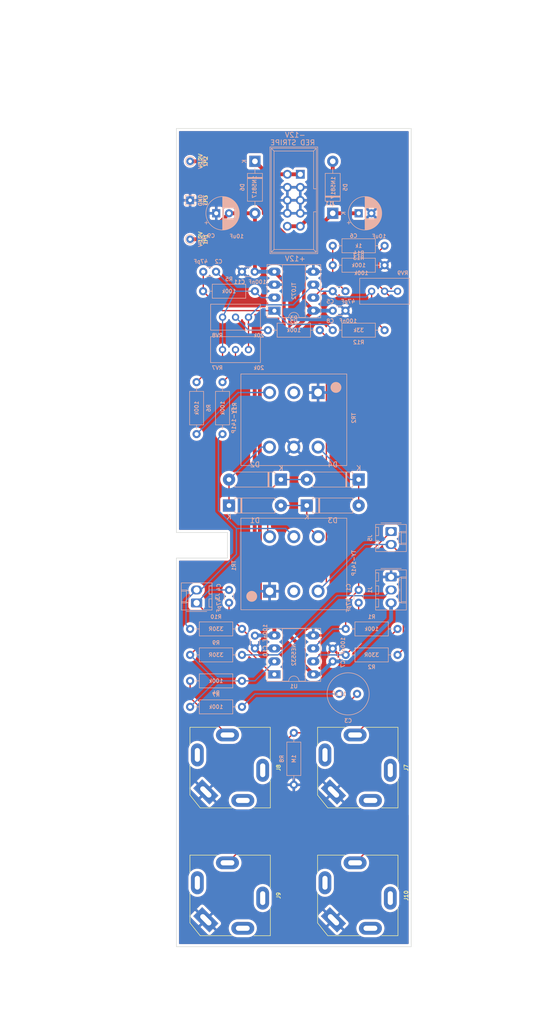
<source format=kicad_pcb>
(kicad_pcb (version 20211014) (generator pcbnew)
  (layers (0 "F.Cu" signal) (31 "B.Cu" signal) (34 "B.Paste" user) (35 "F.Paste" user) (36 "B.SilkS" user "B.Silkscreen") (37 "F.SilkS" user "F.Silkscreen") (38 "B.Mask" user) (39 "F.Mask" user) (44 "Edge.Cuts" user))
  (net 0 "")
  (net 1 "+12V")
  (net 2 "GND")
  (net 3 "-12V")
  (net 4 "/Main PCB/SIGLVL_CCW")
  (net 5 "Net-(C1-Pad2)")
  (net 6 "Net-(C2-Pad1)")
  (net 7 "Net-(C2-Pad2)")
  (net 8 "Net-(C3-Pad1)")
  (net 9 "/Main PCB/AC CARR IN")
  (net 10 "/Main PCB/CARRLVL_CCW")
  (net 11 "Net-(C4-Pad2)")
  (net 12 "Net-(C5-Pad1)")
  (net 13 "Net-(C5-Pad2)")
  (net 14 "Net-(D1-Pad1)")
  (net 15 "Net-(D1-Pad2)")
  (net 16 "Net-(D2-Pad1)")
  (net 17 "Net-(D3-Pad2)")
  (net 18 "/Main PCB/+12_IN")
  (net 19 "/Main PCB/-12_IN")
  (net 20 "/Main PCB/UNBAL_WIP")
  (net 21 "/Main PCB/CARRLVL_CW")
  (net 22 "/Main PCB/SIGLVL_CW")
  (net 23 "/Main PCB/SIG IN")
  (net 24 "/Main PCB/DC CARR IN")
  (net 25 "/Main PCB/OUT")
  (net 26 "/Main PCB/SNULL")
  (net 27 "Net-(R6-Pad1)")
  (net 28 "/Main PCB/CNULL")
  (footprint "ao_tht:Jack_6.35mm_PJ_629HAN_slots" (layer "F.Cu") (at 112.5 175 -90)
    (fp_text reference "J10" (at 0 -9.5 90) (layer "F.SilkS") (effects (font (size 0.75 0.75))))
    (fp_text value "AudioJack2")
    (pad "R" thru_hole oval (at 0.5 -6.4 270) (size 4.500001 2.5) (drill oval 2.7 1) (layers *.Cu *.Mask))
    (pad "RN" thru_hole oval (at 6.4 -2.5 270) (size 2.500001 4.500001) (drill oval 1 2.7) (layers *.Cu *.Mask))
    (pad "S" thru_hole rect (at 4.74 4.74 315) (size 4.500001 2.500001) (drill oval 2.7 1) (layers *.Cu *.Mask) (net 2 "GND"))
    (pad "T" thru_hole oval (at -6.4 0.5 270) (size 2.5 4.5) (drill oval 1 2.7) (layers *.Cu *.Mask) (net 25 "/Main PCB/OUT"))
    (pad "TN" thru_hole oval (at -2.5 6.4 270) (size 4.5 2.5) (drill oval 2.7 1) (layers *.Cu *.Mask))
  )
  (footprint "ao_tht:Jack_6.35mm_PJ_629HAN_slots" (layer "F.Cu") (at 112.5 150 -90)
    (fp_text reference "J7" (at 0 -9.5 90) (layer "F.SilkS") (effects (font (size 0.75 0.75))))
    (fp_text value "AudioJack2")
    (pad "R" thru_hole oval (at 0.5 -6.4 270) (size 4.500001 2.5) (drill oval 2.7 1) (layers *.Cu *.Mask))
    (pad "RN" thru_hole oval (at 6.4 -2.5 270) (size 2.500001 4.500001) (drill oval 1 2.7) (layers *.Cu *.Mask))
    (pad "S" thru_hole rect (at 4.74 4.74 315) (size 4.500001 2.500001) (drill oval 2.7 1) (layers *.Cu *.Mask) (net 2 "GND"))
    (pad "T" thru_hole oval (at -6.4 0.5 270) (size 2.5 4.5) (drill oval 1 2.7) (layers *.Cu *.Mask) (net 23 "/Main PCB/SIG IN"))
    (pad "TN" thru_hole oval (at -2.5 6.4 270) (size 4.5 2.5) (drill oval 2.7 1) (layers *.Cu *.Mask))
  )
  (footprint "ao_tht:Jack_6.35mm_PJ_629HAN_slots" (layer "F.Cu") (at 87.5 175 -90)
    (fp_text reference "J9" (at 0 -9.5 90) (layer "F.SilkS") (effects (font (size 0.75 0.75))))
    (fp_text value "AudioJack2")
    (pad "R" thru_hole oval (at 0.5 -6.4 270) (size 4.500001 2.5) (drill oval 2.7 1) (layers *.Cu *.Mask))
    (pad "RN" thru_hole oval (at 6.4 -2.5 270) (size 2.500001 4.500001) (drill oval 1 2.7) (layers *.Cu *.Mask))
    (pad "S" thru_hole rect (at 4.74 4.74 315) (size 4.500001 2.500001) (drill oval 2.7 1) (layers *.Cu *.Mask) (net 2 "GND"))
    (pad "T" thru_hole oval (at -6.4 0.5 270) (size 2.5 4.5) (drill oval 1 2.7) (layers *.Cu *.Mask) (net 9 "/Main PCB/AC CARR IN"))
    (pad "TN" thru_hole oval (at -2.5 6.4 270) (size 4.5 2.5) (drill oval 2.7 1) (layers *.Cu *.Mask))
  )
  (footprint "ao_tht:Jack_6.35mm_PJ_629HAN_slots" (layer "F.Cu") (at 87.5 150 -90)
    (fp_text reference "J8" (at 0 -9.5 90) (layer "F.SilkS") (effects (font (size 0.75 0.75))))
    (fp_text value "AudioJack2")
    (pad "R" thru_hole oval (at 0.5 -6.4 270) (size 4.500001 2.5) (drill oval 2.7 1) (layers *.Cu *.Mask))
    (pad "RN" thru_hole oval (at 6.4 -2.5 270) (size 2.500001 4.500001) (drill oval 1 2.7) (layers *.Cu *.Mask))
    (pad "S" thru_hole rect (at 4.74 4.74 315) (size 4.500001 2.500001) (drill oval 2.7 1) (layers *.Cu *.Mask) (net 2 "GND"))
    (pad "T" thru_hole oval (at -6.4 0.5 270) (size 2.5 4.5) (drill oval 1 2.7) (layers *.Cu *.Mask) (net 24 "/Main PCB/DC CARR IN"))
    (pad "TN" thru_hole oval (at -2.5 6.4 270) (size 4.5 2.5) (drill oval 2.7 1) (layers *.Cu *.Mask))
  )
  (footprint "ringmod:ringmod_panel_2_holes" (layer "F.Cu") (at 100 100)
    (fp_text reference "GRAF1" hide)
    (fp_text value "Holes" hide)
  )
  (footprint "ao_tht:Molex_KK-254_AE-6410-02A_1x02_P2.54mm_Vertical" (layer "B.Cu") (at 80.95 117.78 90)
    (fp_text reference "J3" (at 1.27 4.12 90) (layer "B.SilkS") (effects (font (size 0.75 0.75)) (justify mirror)))
    (fp_text value "2_pin_Molex_header")
    (pad "1" thru_hole roundrect locked (at 0 0 90) (size 1.74 2.2) (drill 1.2) (layers *.Cu *.Mask) (roundrect_rratio 0.143678) (net 10 "/Main PCB/CARRLVL_CCW"))
    (pad "2" thru_hole oval locked (at 2.54 0 90) (size 1.74 2.2) (drill 1.2) (layers *.Cu *.Mask) (net 21 "/Main PCB/CARRLVL_CW"))
  )
  (footprint "ringmod:D_DO-7_P10.16mm_Horizontal" (layer "B.Cu") (at 97.46 93.65 180)
    (fp_text reference "D2" (at 5.08 2.92) (layer "B.SilkS") (effects (justify mirror)))
    (fp_text value "1N695")
    (fp_text user "K" (at 0 2.2) (layer "B.SilkS") (effects (justify mirror)))
    (pad "1" thru_hole rect (at 0 0 180) (size 2.4 2.4) (drill 0.9) (layers *.Cu *.Mask) (net 16 "Net-(D2-Pad1)"))
    (pad "2" thru_hole oval (at 10.16 0 180) (size 2.4 2.4) (drill 0.9) (layers *.Cu *.Mask) (net 14 "Net-(D1-Pad1)"))
  )
  (footprint "ao_tht:C_Disc_D3.0mm_W1.6mm_P2.50mm" (layer "B.Cu") (at 112.7 115.24 -90)
    (fp_text reference "C1" (at -0.5 2 90) (layer "B.SilkS") (effects (font (size 0.75 0.75)) (justify mirror)))
    (fp_text value "47pF")
    (fp_text user "${VALUE}" (at 3 2 90) (layer "B.SilkS") (effects (font (size 0.75 0.75)) (justify mirror)))
    (pad "1" thru_hole circle (at 0 0 270) (size 1.6 1.6) (drill 0.8) (layers *.Cu *.Mask) (net 4 "/Main PCB/SIGLVL_CCW"))
    (pad "2" thru_hole circle (at 2.5 0 270) (size 1.6 1.6) (drill 0.8) (layers *.Cu *.Mask) (net 5 "Net-(C1-Pad2)"))
  )
  (footprint "ringmod:Transformer_TY-141P" (layer "B.Cu") (at 95.25 115.49 -90)
    (fp_text reference "TR1" (at -5 7 90) (layer "B.SilkS") (effects (font (size 0.75 0.75)) (justify mirror)))
    (fp_text value "TY-141P")
    (fp_text user "${VALUE}" (at -5.5 -16.5 90) (layer "B.SilkS") (effects (font (size 0.75 0.75)) (justify mirror)))
    (pad "1" thru_hole rect (at 0 0 270) (size 2.54 2.54) (drill 1.524) (layers *.Cu *.Mask) (net 2 "GND"))
    (pad "2" thru_hole circle (at 0 -4.7498 270) (size 2.54 2.54) (drill 1.524) (layers *.Cu *.Mask))
    (pad "3" thru_hole circle (at 0 -9.4996 270) (size 2.54 2.54) (drill 1.524) (layers *.Cu *.Mask) (net 22 "/Main PCB/SIGLVL_CW"))
    (pad "4" thru_hole circle (at -10.668 -9.525 270) (size 2.54 2.54) (drill 1.524) (layers *.Cu *.Mask) (net 15 "Net-(D1-Pad2)"))
    (pad "5" thru_hole circle (at -10.668 -4.7498 270) (size 2.54 2.54) (drill 1.524) (layers *.Cu *.Mask) (net 21 "/Main PCB/CARRLVL_CW"))
    (pad "6" thru_hole circle (at -10.668 0 270) (size 2.54 2.54) (drill 1.524) (layers *.Cu *.Mask) (net 16 "Net-(D2-Pad1)"))
  )
  (footprint "ringmod:Transformer_TY-141P" (layer "B.Cu") (at 104.7498 76.632 90)
    (fp_text reference "TR2" (at -5 7 90) (layer "B.SilkS") (effects (font (size 0.75 0.75)) (justify mirror)))
    (fp_text value "TY-141P")
    (fp_text user "${VALUE}" (at -5.5 -16.5 90) (layer "B.SilkS") (effects (font (size 0.75 0.75)) (justify mirror)))
    (pad "1" thru_hole rect (at 0 0 90) (size 2.54 2.54) (drill 1.524) (layers *.Cu *.Mask) (net 2 "GND"))
    (pad "2" thru_hole circle (at 0 -4.7498 90) (size 2.54 2.54) (drill 1.524) (layers *.Cu *.Mask))
    (pad "3" thru_hole circle (at 0 -9.4996 90) (size 2.54 2.54) (drill 1.524) (layers *.Cu *.Mask) (net 27 "Net-(R6-Pad1)"))
    (pad "4" thru_hole circle (at -10.668 -9.525 90) (size 2.54 2.54) (drill 1.524) (layers *.Cu *.Mask) (net 14 "Net-(D1-Pad1)"))
    (pad "5" thru_hole circle (at -10.668 -4.7498 90) (size 2.54 2.54) (drill 1.524) (layers *.Cu *.Mask) (net 2 "GND"))
    (pad "6" thru_hole circle (at -10.668 0 90) (size 2.54 2.54) (drill 1.524) (layers *.Cu *.Mask) (net 17 "Net-(D3-Pad2)"))
  )
  (footprint "ao_tht:R_Axial_DIN0207_L6.3mm_D2.5mm_P10.16mm_Horizontal" (layer "B.Cu") (at 120.32 122.86 180)
    (fp_text reference "R1" (at 5.08 2.37) (layer "B.SilkS") (effects (font (size 0.75 0.75)) (justify mirror)))
    (fp_text value "100k")
    (fp_text user "${VALUE}" (at 5.08 0) (layer "B.SilkS") (effects (font (size 0.75 0.75)) (justify mirror)))
    (pad "1" thru_hole circle locked (at 0 0 180) (size 1.6 1.6) (drill 0.8) (layers *.Cu *.Mask) (net 23 "/Main PCB/SIG IN"))
    (pad "2" thru_hole oval locked (at 10.16 0 180) (size 1.6 1.6) (drill 0.8) (layers *.Cu *.Mask) (net 4 "/Main PCB/SIGLVL_CCW"))
  )
  (footprint "ringmod:D_DO-7_P10.16mm_Horizontal" (layer "B.Cu") (at 102.54 98.73)
    (fp_text reference "D3" (at 5.08 2.92) (layer "B.SilkS") (effects (justify mirror)))
    (fp_text value "1N695")
    (fp_text user "K" (at 0 2.2) (layer "B.SilkS") (effects (justify mirror)))
    (pad "1" thru_hole rect (at 0 0) (size 2.4 2.4) (drill 0.9) (layers *.Cu *.Mask) (net 15 "Net-(D1-Pad2)"))
    (pad "2" thru_hole oval (at 10.16 0) (size 2.4 2.4) (drill 0.9) (layers *.Cu *.Mask) (net 17 "Net-(D3-Pad2)"))
  )
  (footprint "ao_tht:C_Radial_D8.0mm_H11.5mm_P3.50mm" (layer "B.Cu") (at 108.89 135.56)
    (fp_text reference "C3" (at 1.75 5.25) (layer "B.SilkS") (effects (font (size 0.75 0.75)) (justify mirror)))
    (fp_text value "10uF")
    (fp_text user "${VALUE}" (at 0 0) (layer "B.SilkS") (effects (font (size 0.75 0.75)) (justify mirror)))
    (pad "1" thru_hole circle (at 0 0) (size 1.6 1.6) (drill 0.8) (layers *.Cu *.Mask) (net 8 "Net-(C3-Pad1)"))
    (pad "2" thru_hole circle (at 3.5 0) (size 1.6 1.6) (drill 0.8) (layers *.Cu *.Mask) (net 9 "/Main PCB/AC CARR IN"))
  )
  (footprint "ao_tht:CP_Radial_D6.3mm_P2.50mm" (layer "B.Cu") (at 112.7 41.58)
    (fp_text reference "C6" (at -1 4.4) (layer "B.SilkS") (effects (font (size 0.75 0.75)) (justify mirror)))
    (fp_text value "10uF")
    (fp_text user "${VALUE}" (at 4 4.5) (layer "B.SilkS") (effects (font (size 0.75 0.75)) (justify mirror)))
    (pad "1" thru_hole rect locked (at 0 0) (size 1.6 1.6) (drill 0.8) (layers *.Cu *.Mask) (net 1 "+12V"))
    (pad "2" thru_hole circle locked (at 2.5 0) (size 1.6 1.6) (drill 0.8) (layers *.Cu *.Mask) (net 2 "GND"))
  )
  (footprint "ao_tht:R_Axial_DIN0207_L6.3mm_D2.5mm_P10.16mm_Horizontal" (layer "B.Cu") (at 107.62 47.93)
    (fp_text reference "R13" (at 5.08 2.37) (layer "B.SilkS") (effects (font (size 0.75 0.75)) (justify mirror)))
    (fp_text value "1k")
    (fp_text user "${VALUE}" (at 5.08 0) (layer "B.SilkS") (effects (font (size 0.75 0.75)) (justify mirror)))
    (pad "1" thru_hole circle locked (at 0 0) (size 1.6 1.6) (drill 0.8) (layers *.Cu *.Mask) (net 13 "Net-(C5-Pad2)"))
    (pad "2" thru_hole oval locked (at 10.16 0) (size 1.6 1.6) (drill 0.8) (layers *.Cu *.Mask) (net 25 "/Main PCB/OUT"))
  )
  (footprint "ao_tht:R_Axial_DIN0207_L6.3mm_D2.5mm_P10.16mm_Horizontal" (layer "B.Cu") (at 100 143.18 -90)
    (fp_text reference "R8" (at 5.08 2.37 90) (layer "B.SilkS") (effects (font (size 0.75 0.75)) (justify mirror)))
    (fp_text value "1M")
    (fp_text user "${VALUE}" (at 5.08 0 90) (layer "B.SilkS") (effects (font (size 0.75 0.75)) (justify mirror)))
    (pad "1" thru_hole circle locked (at 0 0 270) (size 1.6 1.6) (drill 0.8) (layers *.Cu *.Mask) (net 9 "/Main PCB/AC CARR IN"))
    (pad "2" thru_hole oval locked (at 10.16 0 270) (size 1.6 1.6) (drill 0.8) (layers *.Cu *.Mask) (net 2 "GND"))
  )
  (footprint "ao_tht:TestPoint_THTPad_1.5x1.5mm_Drill0.7mm" (layer "B.Cu") (at 79.68 39.04 90)
    (fp_text reference "TP3" (at 0 3.048 90) (layer "B.SilkS") (effects (font (size 0.75 0.75)) (justify mirror)))
    (fp_text value "GND")
    (fp_text user "${VALUE}" (at 0 2.032 90) (layer "B.SilkS") (effects (font (size 0.75 0.75)) (justify mirror)))
    (fp_text user "${REFERENCE}" (at 0 3.048 90) (layer "F.SilkS") (effects (font (size 0.75 0.75))))
    (fp_text user "${VALUE}" (at 0 2.032 90) (layer "F.SilkS") (effects (font (size 0.75 0.75))))
    (pad "1" thru_hole rect locked (at 0 0 90) (size 1.5 1.5) (drill 0.7) (layers *.Cu *.Mask) (net 2 "GND"))
  )
  (footprint "ao_tht:R_Axial_DIN0207_L6.3mm_D2.5mm_P10.16mm_Horizontal" (layer "B.Cu") (at 86.03 84.76 90)
    (fp_text reference "R11" (at 5.08 2.37 90) (layer "B.SilkS") (effects (font (size 0.75 0.75)) (justify mirror)))
    (fp_text value "100k")
    (fp_text user "${VALUE}" (at 5.08 0 90) (layer "B.SilkS") (effects (font (size 0.75 0.75)) (justify mirror)))
    (pad "1" thru_hole circle locked (at 0 0 90) (size 1.6 1.6) (drill 0.8) (layers *.Cu *.Mask) (net 21 "/Main PCB/CARRLVL_CW"))
    (pad "2" thru_hole oval locked (at 10.16 0 90) (size 1.6 1.6) (drill 0.8) (layers *.Cu *.Mask) (net 28 "/Main PCB/CNULL"))
  )
  (footprint "ao_tht:R_Axial_DIN0207_L6.3mm_D2.5mm_P10.16mm_Horizontal" (layer "B.Cu") (at 107.62 64.44)
    (fp_text reference "R12" (at 5.08 2.37) (layer "B.SilkS") (effects (font (size 0.75 0.75)) (justify mirror)))
    (fp_text value "33k")
    (fp_text user "${VALUE}" (at 5.08 0) (layer "B.SilkS") (effects (font (size 0.75 0.75)) (justify mirror)))
    (pad "1" thru_hole circle locked (at 0 0) (size 1.6 1.6) (drill 0.8) (layers *.Cu *.Mask) (net 7 "Net-(C2-Pad2)"))
    (pad "2" thru_hole oval locked (at 10.16 0) (size 1.6 1.6) (drill 0.8) (layers *.Cu *.Mask) (net 12 "Net-(C5-Pad1)"))
  )
  (footprint "ao_tht:R_Axial_DIN0207_L6.3mm_D2.5mm_P10.16mm_Horizontal" (layer "B.Cu") (at 92.38 56.82 180)
    (fp_text reference "R5" (at 5.08 2.37) (layer "B.SilkS") (effects (font (size 0.75 0.75)) (justify mirror)))
    (fp_text value "100k")
    (fp_text user "${VALUE}" (at 5.08 0) (layer "B.SilkS") (effects (font (size 0.75 0.75)) (justify mirror)))
    (pad "1" thru_hole circle locked (at 0 0 180) (size 1.6 1.6) (drill 0.8) (layers *.Cu *.Mask) (net 6 "Net-(C2-Pad1)"))
    (pad "2" thru_hole oval locked (at 10.16 0 180) (size 1.6 1.6) (drill 0.8) (layers *.Cu *.Mask) (net 7 "Net-(C2-Pad2)"))
  )
  (footprint "ao_tht:C_Disc_D3.0mm_W1.6mm_P2.50mm" (layer "B.Cu") (at 89.84 53.01)
    (fp_text reference "C11" (at -0.5 2) (layer "B.SilkS") (effects (font (size 0.75 0.75)) (justify mirror)))
    (fp_text value "100nF")
    (fp_text user "${VALUE}" (at 3 2) (layer "B.SilkS") (effects (font (size 0.75 0.75)) (justify mirror)))
    (pad "1" thru_hole circle (at 0 0) (size 1.6 1.6) (drill 0.8) (layers *.Cu *.Mask) (net 2 "GND"))
    (pad "2" thru_hole circle (at 2.5 0) (size 1.6 1.6) (drill 0.8) (layers *.Cu *.Mask) (net 3 "-12V"))
  )
  (footprint "ao_tht:TestPoint_THTPad_D1.5mm_Drill0.7mm" (layer "B.Cu") (at 79.68 31.42 90)
    (fp_text reference "TP2" (at 0 3.048 90) (layer "B.SilkS") (effects (font (size 0.75 0.75)) (justify mirror)))
    (fp_text value "+12V")
    (fp_text user "${VALUE}" (at 0 2.032 90) (layer "B.SilkS") (effects (font (size 0.75 0.75)) (justify mirror)))
    (fp_text user "${REFERENCE}" (at 0 3.048 90) (layer "F.SilkS") (effects (font (size 0.75 0.75))))
    (fp_text user "${VALUE}" (at 0 2.032 90) (layer "F.SilkS") (effects (font (size 0.75 0.75))))
    (pad "1" thru_hole circle locked (at 0 0 90) (size 1.5 1.5) (drill 0.7) (layers *.Cu *.Mask) (net 1 "+12V"))
  )
  (footprint "ao_tht:Potentiometer_Bourns_3296W_Vertical_standard" (layer "B.Cu") (at 91.12 61.9)
    (fp_text reference "RV8" (at -6.096 3.556) (layer "B.SilkS") (effects (font (size 0.75 0.75)) (justify mirror)))
    (fp_text value "20k")
    (fp_text user "${VALUE}" (at 2.032 3.556) (layer "B.SilkS") (effects (font (size 0.75 0.75)) (justify mirror)))
    (pad "1" thru_hole circle locked (at 0 0) (size 1.44 1.44) (drill 0.8) (layers *.Cu *.Mask) (net 12 "Net-(C5-Pad1)"))
    (pad "2" thru_hole circle locked (at -2.54 0) (size 1.44 1.44) (drill 0.8) (layers *.Cu *.Mask) (net 26 "/Main PCB/SNULL"))
    (pad "3" thru_hole circle locked (at -5.08 0) (size 1.44 1.44) (drill 0.8) (layers *.Cu *.Mask) (net 6 "Net-(C2-Pad1)"))
  )
  (footprint "ao_tht:R_Axial_DIN0207_L6.3mm_D2.5mm_P10.16mm_Horizontal" (layer "B.Cu") (at 89.84 127.94 180)
    (fp_text reference "R9" (at 5.08 2.37) (layer "B.SilkS") (effects (font (size 0.75 0.75)) (justify mirror)))
    (fp_text value "330R")
    (fp_text user "${VALUE}" (at 5.08 0) (layer "B.SilkS") (effects (font (size 0.75 0.75)) (justify mirror)))
    (pad "1" thru_hole circle locked (at 0 0 180) (size 1.6 1.6) (drill 0.8) (layers *.Cu *.Mask) (net 20 "/Main PCB/UNBAL_WIP"))
    (pad "2" thru_hole oval locked (at 10.16 0 180) (size 1.6 1.6) (drill 0.8) (layers *.Cu *.Mask) (net 10 "/Main PCB/CARRLVL_CCW"))
  )
  (footprint "ao_tht:CP_Radial_D6.3mm_P2.50mm" (layer "B.Cu") (at 84.8 41.58)
    (fp_text reference "C9" (at -1 4.4) (layer "B.SilkS") (effects (font (size 0.75 0.75)) (justify mirror)))
    (fp_text value "10uF")
    (fp_text user "${VALUE}" (at 4 4.5) (layer "B.SilkS") (effects (font (size 0.75 0.75)) (justify mirror)))
    (pad "1" thru_hole rect locked (at 0 0) (size 1.6 1.6) (drill 0.8) (layers *.Cu *.Mask) (net 2 "GND"))
    (pad "2" thru_hole circle locked (at 2.5 0) (size 1.6 1.6) (drill 0.8) (layers *.Cu *.Mask) (net 3 "-12V"))
  )
  (footprint "ao_tht:Molex_KK-254_AE-6410-02A_1x02_P2.54mm_Vertical" (layer "B.Cu") (at 119.05 103.81 -90)
    (fp_text reference "J5" (at 1.27 4.12 90) (layer "B.SilkS") (effects (font (size 0.75 0.75)) (justify mirror)))
    (fp_text value "2_pin_Molex_header")
    (pad "1" thru_hole roundrect locked (at 0 0 270) (size 1.74 2.2) (drill 1.2) (layers *.Cu *.Mask) (roundrect_rratio 0.143678) (net 4 "/Main PCB/SIGLVL_CCW"))
    (pad "2" thru_hole oval locked (at 2.54 0 270) (size 1.74 2.2) (drill 1.2) (layers *.Cu *.Mask) (net 22 "/Main PCB/SIGLVL_CW"))
  )
  (footprint "ringmod:D_DO-7_P10.16mm_Horizontal" (layer "B.Cu") (at 87.3 98.73)
    (fp_text reference "D1" (at 5.08 2.92) (layer "B.SilkS") (effects (justify mirror)))
    (fp_text value "1N695")
    (fp_text user "K" (at 0 2.2) (layer "B.SilkS") (effects (justify mirror)))
    (pad "1" thru_hole rect (at 0 0) (size 2.4 2.4) (drill 0.9) (layers *.Cu *.Mask) (net 14 "Net-(D1-Pad1)"))
    (pad "2" thru_hole oval (at 10.16 0) (size 2.4 2.4) (drill 0.9) (layers *.Cu *.Mask) (net 15 "Net-(D1-Pad2)"))
  )
  (footprint "ao_tht:DIP-8_W7.62mm_Socket_LongPads" (layer "B.Cu") (at 96.19 131.75)
    (fp_text reference "U1" (at 3.81 2.33) (layer "B.SilkS") (effects (font (size 0.75 0.75)) (justify mirror)))
    (fp_text value "NE5532")
    (fp_text user "${VALUE}" (at 3.81 -3.81 90) (layer "B.SilkS") (effects (font (size 0.75 0.75)) (justify mirror)))
    (pad "1" thru_hole rect locked (at 0 0) (size 2.4 1.6) (drill 0.8) (layers *.Cu *.Mask) (net 11 "Net-(C4-Pad2)"))
    (pad "2" thru_hole oval locked (at 0 -2.54) (size 2.4 1.6) (drill 0.8) (layers *.Cu *.Mask) (net 10 "/Main PCB/CARRLVL_CCW"))
    (pad "3" thru_hole oval locked (at 0 -5.08) (size 2.4 1.6) (drill 0.8) (layers *.Cu *.Mask) (net 2 "GND"))
    (pad "4" thru_hole oval locked (at 0 -7.62) (size 2.4 1.6) (drill 0.8) (layers *.Cu *.Mask) (net 3 "-12V"))
    (pad "5" thru_hole oval locked (at 7.62 -7.62) (size 2.4 1.6) (drill 0.8) (layers *.Cu *.Mask) (net 2 "GND"))
    (pad "6" thru_hole oval locked (at 7.62 -5.08) (size 2.4 1.6) (drill 0.8) (layers *.Cu *.Mask) (net 4 "/Main PCB/SIGLVL_CCW"))
    (pad "7" thru_hole oval locked (at 7.62 -2.54) (size 2.4 1.6) (drill 0.8) (layers *.Cu *.Mask) (net 5 "Net-(C1-Pad2)"))
    (pad "8" thru_hole oval locked (at 7.62 0) (size 2.4 1.6) (drill 0.8) (layers *.Cu *.Mask) (net 1 "+12V"))
  )
  (footprint "ao_tht:C_Disc_D3.0mm_W1.6mm_P2.50mm" (layer "B.Cu") (at 107.62 129.21 90)
    (fp_text reference "C7" (at -0.5 2 90) (layer "B.SilkS") (effects (font (size 0.75 0.75)) (justify mirror)))
    (fp_text value "100nF")
    (fp_text user "${VALUE}" (at 3 2 90) (layer "B.SilkS") (effects (font (size 0.75 0.75)) (justify mirror)))
    (pad "1" thru_hole circle (at 0 0 90) (size 1.6 1.6) (drill 0.8) (layers *.Cu *.Mask) (net 1 "+12V"))
    (pad "2" thru_hole circle (at 2.5 0 90) (size 1.6 1.6) (drill 0.8) (layers *.Cu *.Mask) (net 2 "GND"))
  )
  (footprint "ao_tht:C_Disc_D3.0mm_W1.6mm_P2.50mm" (layer "B.Cu") (at 87.3 115.24 -90)
    (fp_text reference "C4" (at -0.5 2 90) (layer "B.SilkS") (effects (font (size 0.75 0.75)) (justify mirror)))
    (fp_text value "47pF")
    (fp_text user "${VALUE}" (at 3 2 90) (layer "B.SilkS") (effects (font (size 0.75 0.75)) (justify mirror)))
    (pad "1" thru_hole circle (at 0 0 270) (size 1.6 1.6) (drill 0.8) (layers *.Cu *.Mask) (net 10 "/Main PCB/CARRLVL_CCW"))
    (pad "2" thru_hole circle (at 2.5 0 270) (size 1.6 1.6) (drill 0.8) (layers *.Cu *.Mask) (net 11 "Net-(C4-Pad2)"))
  )
  (footprint "ao_tht:C_Disc_D3.0mm_W1.6mm_P2.50mm" (layer "B.Cu") (at 107.62 56.82)
    (fp_text reference "C5" (at -0.5 2) (layer "B.SilkS") (effects (font (size 0.75 0.75)) (justify mirror)))
    (fp_text value "47pF")
    (fp_text user "${VALUE}" (at 3 2) (layer "B.SilkS") (effects (font (size 0.75 0.75)) (justify mirror)))
    (pad "1" thru_hole circle (at 0 0) (size 1.6 1.6) (drill 0.8) (layers *.Cu *.Mask) (net 12 "Net-(C5-Pad1)"))
    (pad "2" thru_hole circle (at 2.5 0) (size 1.6 1.6) (drill 0.8) (layers *.Cu *.Mask) (net 13 "Net-(C5-Pad2)"))
  )
  (footprint "ao_tht:Potentiometer_Bourns_3296W_Vertical_standard" (layer "B.Cu") (at 91.11 68.25)
    (fp_text reference "RV7" (at -6.096 3.556) (layer "B.SilkS") (effects (font (size 0.75 0.75)) (justify mirror)))
    (fp_text value "20k")
    (fp_text user "${VALUE}" (at 2.032 3.556) (layer "B.SilkS") (effects (font (size 0.75 0.75)) (justify mirror)))
    (pad "1" thru_hole circle locked (at 0 0) (size 1.44 1.44) (drill 0.8) (layers *.Cu *.Mask) (net 12 "Net-(C5-Pad1)"))
    (pad "2" thru_hole circle locked (at -2.54 0) (size 1.44 1.44) (drill 0.8) (layers *.Cu *.Mask) (net 28 "/Main PCB/CNULL"))
    (pad "3" thru_hole circle locked (at -5.08 0) (size 1.44 1.44) (drill 0.8) (layers *.Cu *.Mask) (net 6 "Net-(C2-Pad1)"))
  )
  (footprint "ao_tht:Potentiometer_Bourns_3296W_Vertical_standard" (layer "B.Cu") (at 115.24 56.82 180)
    (fp_text reference "RV9" (at -6.096 3.556) (layer "B.SilkS") (effects (font (size 0.75 0.75)) (justify mirror)))
    (fp_text value "100k")
    (fp_text user "${VALUE}" (at 2.032 3.556) (layer "B.SilkS") (effects (font (size 0.75 0.75)) (justify mirror)))
    (pad "1" thru_hole circle locked (at 0 0 180) (size 1.44 1.44) (drill 0.8) (layers *.Cu *.Mask) (net 12 "Net-(C5-Pad1)"))
    (pad "2" thru_hole circle locked (at -2.54 0 180) (size 1.44 1.44) (drill 0.8) (layers *.Cu *.Mask) (net 25 "/Main PCB/OUT"))
    (pad "3" thru_hole circle locked (at -5.08 0 180) (size 1.44 1.44) (drill 0.8) (layers *.Cu *.Mask) (net 25 "/Main PCB/OUT"))
  )
  (footprint "ao_tht:R_Axial_DIN0207_L6.3mm_D2.5mm_P10.16mm_Horizontal" (layer "B.Cu") (at 117.78 51.74 180)
    (fp_text reference "R14" (at 5.08 2.37) (layer "B.SilkS") (effects (font (size 0.75 0.75)) (justify mirror)))
    (fp_text value "100k")
    (fp_text user "${VALUE}" (at 5.08 0) (layer "B.SilkS") (effects (font (size 0.75 0.75)) (justify mirror)))
    (pad "1" thru_hole circle locked (at 0 0 180) (size 1.6 1.6) (drill 0.8) (layers *.Cu *.Mask) (net 2 "GND"))
    (pad "2" thru_hole oval locked (at 10.16 0 180) (size 1.6 1.6) (drill 0.8) (layers *.Cu *.Mask) (net 13 "Net-(C5-Pad2)"))
  )
  (footprint "ao_tht:DIP-8_W7.62mm_Socket_LongPads" (layer "B.Cu") (at 96.2 60.62)
    (fp_text reference "U2" (at 3.81 2.33) (layer "B.SilkS") (effects (font (size 0.75 0.75)) (justify mirror)))
    (fp_text value "TL072")
    (fp_text user "${VALUE}" (at 3.81 -3.81 90) (layer "B.SilkS") (effects (font (size 0.75 0.75)) (justify mirror)))
    (pad "1" thru_hole rect locked (at 0 0) (size 2.4 1.6) (drill 0.8) (layers *.Cu *.Mask) (net 7 "Net-(C2-Pad2)"))
    (pad "2" thru_hole oval locked (at 0 -2.54) (size 2.4 1.6) (drill 0.8) (layers *.Cu *.Mask) (net 6 "Net-(C2-Pad1)"))
    (pad "3" thru_hole oval locked (at 0 -5.08) (size 2.4 1.6) (drill 0.8) (layers *.Cu *.Mask) (net 2 "GND"))
    (pad "4" thru_hole oval locked (at 0 -7.62) (size 2.4 1.6) (drill 0.8) (layers *.Cu *.Mask) (net 3 "-12V"))
    (pad "5" thru_hole oval locked (at 7.62 -7.62) (size 2.4 1.6) (drill 0.8) (layers *.Cu *.Mask) (net 2 "GND"))
    (pad "6" thru_hole oval locked (at 7.62 -5.08) (size 2.4 1.6) (drill 0.8) (layers *.Cu *.Mask) (net 12 "Net-(C5-Pad1)"))
    (pad "7" thru_hole oval locked (at 7.62 -2.54) (size 2.4 1.6) (drill 0.8) (layers *.Cu *.Mask) (net 13 "Net-(C5-Pad2)"))
    (pad "8" thru_hole oval locked (at 7.62 0) (size 2.4 1.6) (drill 0.8) (layers *.Cu *.Mask) (net 1 "+12V"))
  )
  (footprint "ao_tht:R_Axial_DIN0207_L6.3mm_D2.5mm_P10.16mm_Horizontal" (layer "B.Cu") (at 89.84 138.1 180)
    (fp_text reference "R7" (at 5.08 2.37) (layer "B.SilkS") (effects (font (size 0.75 0.75)) (justify mirror)))
    (fp_text value "100k")
    (fp_text user "${VALUE}" (at 5.08 0) (layer "B.SilkS") (effects (font (size 0.75 0.75)) (justify mirror)))
    (pad "1" thru_hole circle locked (at 0 0 180) (size 1.6 1.6) (drill 0.8) (layers *.Cu *.Mask) (net 8 "Net-(C3-Pad1)"))
    (pad "2" thru_hole oval locked (at 10.16 0 180) (size 1.6 1.6) (drill 0.8) (layers *.Cu *.Mask) (net 10 "/Main PCB/CARRLVL_CCW"))
  )
  (footprint "ao_tht:R_Axial_DIN0207_L6.3mm_D2.5mm_P10.16mm_Horizontal" (layer "B.Cu") (at 80.95 84.76 90)
    (fp_text reference "R6" (at 5.08 2.37 90) (layer "B.SilkS") (effects (font (size 0.75 0.75)) (justify mirror)))
    (fp_text value "100k")
    (fp_text user "${VALUE}" (at 5.08 0 90) (layer "B.SilkS") (effects (font (size 0.75 0.75)) (justify mirror)))
    (pad "1" thru_hole circle locked (at 0 0 90) (size 1.6 1.6) (drill 0.8) (layers *.Cu *.Mask) (net 27 "Net-(R6-Pad1)"))
    (pad "2" thru_hole oval locked (at 10.16 0 90) (size 1.6 1.6) (drill 0.8) (layers *.Cu *.Mask) (net 6 "Net-(C2-Pad1)"))
  )
  (footprint "ao_tht:Molex_KK-254_AE-6410-03A_1x03_P2.54mm_Vertical" (layer "B.Cu") (at 119.05 112.7 -90)
    (fp_text reference "J1" (at 2.54 4.12 90) (layer "B.SilkS") (effects (font (size 0.75 0.75)) (justify mirror)))
    (fp_text value "3_pin_Molex_header")
    (pad "1" thru_hole roundrect locked (at 0 0 270) (size 1.74 2.2) (drill 1.2) (layers *.Cu *.Mask) (roundrect_rratio 0.143678) (net 2 "GND"))
    (pad "2" thru_hole oval locked (at 2.54 0 270) (size 1.74 2.2) (drill 1.2) (layers *.Cu *.Mask) (net 20 "/Main PCB/UNBAL_WIP"))
    (pad "3" thru_hole oval locked (at 5.08 0 270) (size 1.74 2.2) (drill 1.2) (layers *.Cu *.Mask) (net 1 "+12V"))
  )
  (footprint "ao_tht:R_Axial_DIN0207_L6.3mm_D2.5mm_P10.16mm_Horizontal" (layer "B.Cu") (at 79.68 133.02)
    (fp_text reference "R4" (at 5.08 2.37) (layer "B.SilkS") (effects (font (size 0.75 0.75)) (justify mirror)))
    (fp_text value "100k")
    (fp_text user "${VALUE}" (at 5.08 0) (layer "B.SilkS") (effects (font (size 0.75 0.75)) (justify mirror)))
    (pad "1" thru_hole circle locked (at 0 0) (size 1.6 1.6) (drill 0.8) (layers *.Cu *.Mask) (net 24 "/Main PCB/DC CARR IN"))
    (pad "2" thru_hole oval locked (at 10.16 0) (size 1.6 1.6) (drill 0.8) (layers *.Cu *.Mask) (net 10 "/Main PCB/CARRLVL_CCW"))
  )
  (footprint "ao_tht:C_Disc_D3.0mm_W1.6mm_P2.50mm" (layer "B.Cu") (at 92.38 126.67 90)
    (fp_text reference "C10" (at -0.5 2 90) (layer "B.SilkS") (effects (font (size 0.75 0.75)) (justify mirror)))
    (fp_text value "100nF")
    (fp_text user "${VALUE}" (at 3 2 90) (layer "B.SilkS") (effects (font (size 0.75 0.75)) (justify mirror)))
    (pad "1" thru_hole circle (at 0 0 90) (size 1.6 1.6) (drill 0.8) (layers *.Cu *.Mask) (net 2 "GND"))
    (pad "2" thru_hole circle (at 2.5 0 90) (size 1.6 1.6) (drill 0.8) (layers *.Cu *.Mask) (net 3 "-12V"))
  )
  (footprint "ao_tht:R_Axial_DIN0207_L6.3mm_D2.5mm_P10.16mm_Horizontal" (layer "B.Cu") (at 89.84 122.86 180)
    (fp_text reference "R10" (at 5.08 2.37) (layer "B.SilkS") (effects (font (size 0.75 0.75)) (justify mirror)))
    (fp_text value "330R")
    (fp_text user "${VALUE}" (at 5.08 0) (layer "B.SilkS") (effects (font (size 0.75 0.75)) (justify mirror)))
    (pad "1" thru_hole circle locked (at 0 0 180) (size 1.6 1.6) (drill 0.8) (layers *.Cu *.Mask) (net 11 "Net-(C4-Pad2)"))
    (pad "2" thru_hole oval locked (at 10.16 0 180) (size 1.6 1.6) (drill 0.8) (layers *.Cu *.Mask) (net 21 "/Main PCB/CARRLVL_CW"))
  )
  (footprint "ao_tht:R_Axial_DIN0207_L6.3mm_D2.5mm_P10.16mm_Horizontal" (layer "B.Cu") (at 110.16 127.94)
    (fp_text reference "R2" (at 5.08 2.37) (layer "B.SilkS") (effects (font (size 0.75 0.75)) (justify mirror)))
    (fp_text value "330R")
    (fp_text user "${VALUE}" (at 5.08 0) (layer "B.SilkS") (effects (font (size 0.75 0.75)) (justify mirror)))
    (pad "1" thru_hole circle locked (at 0 0) (size 1.6 1.6) (drill 0.8) (layers *.Cu *.Mask) (net 5 "Net-(C1-Pad2)"))
    (pad "2" thru_hole oval locked (at 10.16 0) (size 1.6 1.6) (drill 0.8) (layers *.Cu *.Mask) (net 22 "/Main PCB/SIGLVL_CW"))
  )
  (footprint "ao_tht:R_Axial_DIN0207_L6.3mm_D2.5mm_P10.16mm_Horizontal" (layer "B.Cu") (at 105.08 64.44 180)
    (fp_text reference "R3" (at 5.08 2.37) (layer "B.SilkS") (effects (font (size 0.75 0.75)) (justify mirror)))
    (fp_text value "100k")
    (fp_text user "${VALUE}" (at 5.08 0) (layer "B.SilkS") (effects (font (size 0.75 0.75)) (justify mirror)))
    (pad "1" thru_hole circle locked (at 0 0 180) (size 1.6 1.6) (drill 0.8) (layers *.Cu *.Mask) (net 22 "/Main PCB/SIGLVL_CW"))
    (pad "2" thru_hole oval locked (at 10.16 0 180) (size 1.6 1.6) (drill 0.8) (layers *.Cu *.Mask) (net 26 "/Main PCB/SNULL"))
  )
  (footprint "ringmod:D_DO-7_P10.16mm_Horizontal" (layer "B.Cu") (at 112.7 93.65 180)
    (fp_text reference "D4" (at 5.08 2.92) (layer "B.SilkS") (effects (justify mirror)))
    (fp_text value "1N695")
    (fp_text user "K" (at 0 2.2) (layer "B.SilkS") (effects (justify mirror)))
    (pad "1" thru_hole rect (at 0 0 180) (size 2.4 2.4) (drill 0.9) (layers *.Cu *.Mask) (net 17 "Net-(D3-Pad2)"))
    (pad "2" thru_hole oval (at 10.16 0 180) (size 2.4 2.4) (drill 0.9) (layers *.Cu *.Mask) (net 16 "Net-(D2-Pad1)"))
  )
  (footprint "ao_tht:Power_Header" (layer "B.Cu") (at 101.27 33.96 180)
    (fp_text reference "J11" (at -5.85 -5.67) (layer "B.SilkS") (effects (font (size 0.75 0.75)) (justify mirror)))
    (fp_text value "Synth_power_2x5")
    (fp_text user "-12V" (at 1 7.7) (layer "B.SilkS") (effects (justify mirror)))
    (fp_text user "RED STRIPE" (at 1.5 6.2) (layer "B.SilkS") (effects (justify mirror)))
    (fp_text user "+12V" (at 1 -16.5) (layer "B.SilkS") (effects (justify mirror)))
    (pad "1" thru_hole rect (at 0 0 180) (size 1.7272 1.7272) (drill 1.016) (layers *.Cu *.Mask) (net 19 "/Main PCB/-12_IN"))
    (pad "2" thru_hole oval (at 2.54 0 180) (size 1.7272 1.7272) (drill 1.016) (layers *.Cu *.Mask) (net 19 "/Main PCB/-12_IN"))
    (pad "3" thru_hole oval (at 0 -2.54 180) (size 1.7272 1.7272) (drill 1.016) (layers *.Cu *.Mask) (net 2 "GND"))
    (pad "4" thru_hole oval (at 2.54 -2.54 180) (size 1.7272 1.7272) (drill 1.016) (layers *.Cu *.Mask) (net 2 "GND"))
    (pad "5" thru_hole oval (at 0 -5.08 180) (size 1.7272 1.7272) (drill 1.016) (layers *.Cu *.Mask) (net 2 "GND"))
    (pad "6" thru_hole oval (at 2.54 -5.08 180) (size 1.7272 1.7272) (drill 1.016) (layers *.Cu *.Mask) (net 2 "GND"))
    (pad "7" thru_hole oval (at 0 -7.62 180) (size 1.7272 1.7272) (drill 1.016) (layers *.Cu *.Mask) (net 2 "GND"))
    (pad "8" thru_hole oval (at 2.54 -7.62 180) (size 1.7272 1.7272) (drill 1.016) (layers *.Cu *.Mask) (net 2 "GND"))
    (pad "9" thru_hole oval (at 0 -10.16 180) (size 1.7272 1.7272) (drill 1.016) (layers *.Cu *.Mask) (net 18 "/Main PCB/+12_IN"))
    (pad "10" thru_hole oval (at 2.54 -10.16 180) (size 1.7272 1.7272) (drill 1.016) (layers *.Cu *.Mask) (net 18 "/Main PCB/+12_IN"))
  )
  (footprint "ao_tht:C_Disc_D3.0mm_W1.6mm_P2.50mm" (layer "B.Cu") (at 84.76 53.01 180)
    (fp_text reference "C2" (at -0.5 2) (layer "B.SilkS") (effects (font (size 0.75 0.75)) (justify mirror)))
    (fp_text value "47pF")
    (fp_text user "${VALUE}" (at 3 2) (layer "B.SilkS") (effects (font (size 0.75 0.75)) (justify mirror)))
    (pad "1" thru_hole circle (at 0 0 180) (size 1.6 1.6) (drill 0.8) (layers *.Cu *.Mask) (net 6 "Net-(C2-Pad1)"))
    (pad "2" thru_hole circle (at 2.5 0 180) (size 1.6 1.6) (drill 0.8) (layers *.Cu *.Mask) (net 7 "Net-(C2-Pad2)"))
  )
  (footprint "ao_tht:TestPoint_THTPad_D1.5mm_Drill0.7mm" (layer "B.Cu") (at 79.68 46.66 90)
    (fp_text reference "TP1" (at 0 3.048 90) (layer "B.SilkS") (effects (font (size 0.75 0.75)) (justify mirror)))
    (fp_text value "-12V")
    (fp_text user "${VALUE}" (at 0 2.032 90) (layer "B.SilkS") (effects (font (size 0.75 0.75)) (justify mirror)))
    (fp_text user "${REFERENCE}" (at 0 3.048 90) (layer "F.SilkS") (effects (font (size 0.75 0.75))))
    (fp_text user "${VALUE}" (at 0 2.032 90) (layer "F.SilkS") (effects (font (size 0.75 0.75))))
    (pad "1" thru_hole circle locked (at 0 0 90) (size 1.5 1.5) (drill 0.7) (layers *.Cu *.Mask) (net 3 "-12V"))
  )
  (footprint "ao_tht:D_DO-41_SOD81_P10.16mm_Horizontal" (layer "B.Cu") (at 107.62 41.58 90)
    (fp_text reference "D5" (at 5.08 2.47 90) (layer "B.SilkS") (effects (font (size 0.75 0.75)) (justify mirror)))
    (fp_text value "1N5817")
    (fp_text user "K" (at 0 2.1 90) (layer "B.SilkS") (effects (font (size 0.75 0.75)) (justify mirror)))
    (fp_text user "${VALUE}" (at 5 0.1 90) (layer "B.SilkS") (effects (font (size 0.75 0.75)) (justify mirror)))
    (pad "1" thru_hole rect locked (at 0 0 90) (size 2.2 2.2) (drill 1.1) (layers *.Cu *.Mask) (net 1 "+12V"))
    (pad "2" thru_hole oval locked (at 10.16 0 90) (size 2.2 2.2) (drill 1.1) (layers *.Cu *.Mask) (net 18 "/Main PCB/+12_IN"))
  )
  (footprint "ao_tht:C_Disc_D3.0mm_W1.6mm_P2.50mm" (layer "B.Cu") (at 107.62 60.63)
    (fp_text reference "C8" (at -0.5 2) (layer "B.SilkS") (effects (font (size 0.75 0.75)) (justify mirror)))
    (fp_text value "100nF")
    (fp_text user "${VALUE}" (at 3 2) (layer "B.SilkS") (effects (font (size 0.75 0.75)) (justify mirror)))
    (pad "1" thru_hole circle (at 0 0) (size 1.6 1.6) (drill 0.8) (layers *.Cu *.Mask) (net 1 "+12V"))
    (pad "2" thru_hole circle (at 2.5 0) (size 1.6 1.6) (drill 0.8) (layers *.Cu *.Mask) (net 2 "GND"))
  )
  (footprint "ao_tht:D_DO-41_SOD81_P10.16mm_Horizontal" (layer "B.Cu") (at 92.38 31.42 -90)
    (fp_text reference "D6" (at 5.08 2.47 90) (layer "B.SilkS") (effects (font (size 0.75 0.75)) (justify mirror)))
    (fp_text value "1N5817")
    (fp_text user "${VALUE}" (at 5 0.1 90) (layer "B.SilkS") (effects (font (size 0.75 0.75)) (justify mirror)))
    (fp_text user "K" (at 0 2.1 90) (layer "B.SilkS") (effects (font (size 0.75 0.75)) (justify mirror)))
    (pad "1" thru_hole rect locked (at 0 0 270) (size 2.2 2.2) (drill 1.1) (layers *.Cu *.Mask) (net 19 "/Main PCB/-12_IN"))
    (pad "2" thru_hole oval locked (at 10.16 0 270) (size 2.2 2.2) (drill 1.1) (layers *.Cu *.Mask) (net 3 "-12V"))
  )
  (gr_line (start 123 25) (end 123 185) (layer "Edge.Cuts") (width 0.1))
  (gr_line (start 77 185) (end 77 109) (layer "Edge.Cuts") (width 0.1))
  (gr_line (start 87 104) (end 87 109) (layer "Edge.Cuts") (width 0.1))
  (gr_line (start 123 185) (end 77 185) (layer "Edge.Cuts") (width 0.1))
  (gr_line (start 77 104) (end 87 104) (layer "Edge.Cuts") (width 0.1))
  (gr_line (start 87 109) (end 77 109) (layer "Edge.Cuts") (width 0.1))
  (gr_line (start 77 25) (end 123 25) (layer "Edge.Cuts") (width 0.1))
  (gr_line (start 77 104) (end 77 25) (layer "Edge.Cuts") (width 0.1))
  (segment (start 107.62 41.58) (end 112.7 41.58) (width 0.75) (layer "F.Cu") (net 1))
  (segment (start 101.99548 58.79548) (end 103.82 60.62) (width 0.75) (layer "F.Cu") (net 1))
  (segment (start 93.330289 104.012067) (end 93.355489 104.037267) (width 0.75) (layer "F.Cu") (net 1))
  (segment (start 107.62 41.58) (end 101.99548 47.20452) (width 0.75) (layer "F.Cu") (net 1))
  (segment (start 93.355489 118.355489) (end 101.98548 126.98548) (width 0.75) (layer "F.Cu") (net 1))
  (segment (start 93.330289 71.109711) (end 93.330289 104.012067) (width 0.75) (layer "F.Cu") (net 1))
  (segment (start 101.98548 126.98548) (end 101.98548 129.92548) (width 0.75) (layer "F.Cu") (net 1))
  (segment (start 99.710012 47.20452) (end 94.104511 41.599019) (width 0.75) (layer "F.Cu") (net 1))
  (segment (start 101.98548 129.92548) (end 103.81 131.75) (width 0.75) (layer "F.Cu") (net 1))
  (segment (start 101.99548 47.20452) (end 101.99548 58.79548) (width 0.75) (layer "F.Cu") (net 1))
  (segment (start 94.104511 41.599019) (end 94.104511 40.865683) (width 0.75) (layer "F.Cu") (net 1))
  (segment (start 84.658828 31.42) (end 79.68 31.42) (width 0.75) (layer "F.Cu") (net 1))
  (segment (start 93.355489 104.037267) (end 93.355489 118.355489) (width 0.75) (layer "F.Cu") (net 1))
  (segment (start 94.104511 40.865683) (end 84.658828 31.42) (width 0.75) (layer "F.Cu") (net 1))
  (segment (start 103.82 60.62) (end 93.330289 71.109711) (width 0.75) (layer "F.Cu") (net 1))
  (segment (start 101.99548 47.20452) (end 99.710012 47.20452) (width 0.75) (layer "F.Cu") (net 1))
  (segment (start 110.750053 129.364511) (end 109.569947 129.364511) (width 0.75) (layer "B.Cu") (net 1))
  (segment (start 103.82 60.62) (end 107.61 60.62) (width 0.75) (layer "B.Cu") (net 1))
  (segment (start 105.08 131.75) (end 103.81 131.75) (width 0.75) (layer "B.Cu") (net 1))
  (segment (start 119.05 117.78) (end 119.05 121.064564) (width 0.75) (layer "B.Cu") (net 1))
  (segment (start 119.05 121.064564) (end 110.750053 129.364511) (width 0.75) (layer "B.Cu") (net 1))
  (segment (start 107.62 129.21) (end 105.08 131.75) (width 0.75) (layer "B.Cu") (net 1))
  (segment (start 109.569947 129.364511) (end 109.415436 129.21) (width 0.75) (layer "B.Cu") (net 1))
  (segment (start 109.415436 129.21) (end 107.62 129.21) (width 0.75) (layer "B.Cu") (net 1))
  (segment (start 107.61 60.62) (end 107.62 60.63) (width 0.75) (layer "B.Cu") (net 1))
  (segment (start 92.38 41.58) (end 87.3 41.58) (width 0.75) (layer "F.Cu") (net 3))
  (segment (start 92.38 52.97) (end 92.34 53.01) (width 0.75) (layer "F.Cu") (net 3))
  (segment (start 92.330778 118.873778) (end 96.19 122.733) (width 0.75) (layer "F.Cu") (net 3))
  (segment (start 98.024511 65.001967) (end 92.330778 70.6957) (width 0.75) (layer "F.Cu") (net 3))
  (segment (start 92.330778 70.6957) (end 92.330778 118.873778) (width 0.75) (layer "F.Cu") (net 3))
  (segment (start 98.024511 54.824511) (end 98.024511 65.001967) (width 0.75) (layer "F.Cu") (net 3))
  (segment (start 96.19 122.733) (end 96.19 124.13) (width 0.75) (layer "F.Cu") (net 3))
  (segment (start 96.2 53) (end 98.024511 54.824511) (width 0.75) (layer "F.Cu") (net 3))
  (segment (start 87.3 41.58) (end 82.22 46.66) (width 0.75) (layer "F.Cu") (net 3))
  (segment (start 82.22 46.66) (end 79.68 46.66) (width 0.75) (layer "F.Cu") (net 3))
  (segment (start 92.38 41.58) (end 92.38 52.97) (width 0.75) (layer "F.Cu") (net 3))
  (segment (start 92.35 53) (end 92.34 53.01) (width 0.75) (layer "B.Cu") (net 3))
  (segment (start 92.34 124.13) (end 92.33 124.14) (width 0.75) (layer "B.Cu") (net 3))
  (segment (start 96.2 53) (end 92.35 53) (width 0.75) (layer "B.Cu") (net 3))
  (segment (start 96.19 124.13) (end 92.34 124.13) (width 0.75) (layer "B.Cu") (net 3))
  (segment (start 119.05 103.81) (end 112.7 110.16) (width 0.25) (layer "F.Cu") (net 4))
  (segment (start 112.7 110.16) (end 112.7 115.24) (width 0.25) (layer "F.Cu") (net 4))
  (segment (start 110.16 117.78) (end 110.16 122.86) (width 0.25) (layer "F.Cu") (net 4))
  (segment (start 112.7 115.24) (end 110.16 117.78) (width 0.25) (layer "F.Cu") (net 4))
  (segment (start 107.62 122.86) (end 103.81 126.67) (width 0.25) (layer "B.Cu") (net 4))
  (segment (start 110.16 122.86) (end 107.62 122.86) (width 0.25) (layer "B.Cu") (net 4))
  (segment (start 112.7 125.4) (end 110.16 127.94) (width 0.25) (layer "F.Cu") (net 5))
  (segment (start 112.7 117.74) (end 112.7 125.4) (width 0.25) (layer "F.Cu") (net 5))
  (segment (start 105.08 127.94) (end 103.81 129.21) (width 0.25) (layer "B.Cu") (net 5))
  (segment (start 110.16 127.94) (end 105.08 127.94) (width 0.25) (layer "B.Cu") (net 5))
  (segment (start 86.03 69.52) (end 80.95 74.6) (width 0.25) (layer "F.Cu") (net 6))
  (segment (start 86.03 68.25) (end 86.03 69.52) (width 0.25) (layer "F.Cu") (net 6))
  (segment (start 86.04 68.24) (end 86.03 68.25) (width 0.25) (layer "F.Cu") (net 6))
  (segment (start 96.2 58.08) (end 93.64 58.08) (width 0.25) (layer "B.Cu") (net 6))
  (segment (start 93.64 58.08) (end 92.38 56.82) (width 0.25) (layer "B.Cu") (net 6))
  (segment (start 86.04 61.9) (end 88.57 56.82) (width 0.25) (layer "B.Cu") (net 6))
  (segment (start 88.443 56.693) (end 84.76 53.01) (width 0.25) (layer "B.Cu") (net 6))
  (segment (start 86.04 61.9) (end 86.04 68.24) (width 0.25) (layer "B.Cu") (net 6))
  (segment (start 88.57 56.82) (end 88.443 56.693) (width 0.25) (layer "B.Cu") (net 6))
  (segment (start 92.38 56.82) (end 88.57 56.82) (width 0.25) (layer "B.Cu") (net 6))
  (segment (start 86.02 60.62) (end 82.22 56.82) (width 0.25) (layer "F.Cu") (net 7))
  (segment (start 82.26 53.01) (end 82.26 56.78) (width 0.25) (layer "F.Cu") (net 7))
  (segment (start 82.26 56.78) (end 82.22 56.82) (width 0.25) (layer "F.Cu") (net 7))
  (segment (start 96.2 60.62) (end 86.02 60.62) (width 0.25) (layer "F.Cu") (net 7))
  (segment (start 98.895489 63.315489) (end 96.2 60.62) (width 0.25) (layer "B.Cu") (net 7))
  (segment (start 107.62 64.44) (end 106.495489 63.315489) (width 0.25) (layer "B.Cu") (net 7))
  (segment (start 106.495489 63.315489) (end 98.895489 63.315489) (width 0.25) (layer "B.Cu") (net 7))
  (segment (start 108.89 135.56) (end 92.38 135.56) (width 0.25) (layer "B.Cu") (net 8))
  (segment (start 92.38 135.56) (end 89.84 138.1) (width 0.25) (layer "B.Cu") (net 8))
  (segment (start 104.77 143.18) (end 100 143.18) (width 0.25) (layer "F.Cu") (net 9))
  (segment (start 112.39 135.56) (end 104.77 143.18) (width 0.25) (layer "F.Cu") (net 9))
  (segment (start 95.76252 159.83748) (end 95.76252 147.41748) (width 0.25) (layer "F.Cu") (net 9))
  (segment (start 95.76252 147.41748) (end 100 143.18) (width 0.25) (layer "F.Cu") (net 9))
  (segment (start 87 168.6) (end 95.76252 159.83748) (width 0.25) (layer "F.Cu") (net 9))
  (segment (start 79.68 127.94) (end 82.093 125.527) (width 0.25) (layer "F.Cu") (net 10))
  (segment (start 82.093 118.923) (end 80.95 117.78) (width 0.25) (layer "F.Cu") (net 10))
  (segment (start 82.093 125.527) (end 82.093 118.923) (width 0.25) (layer "F.Cu") (net 10))
  (segment (start 96.19 129.21) (end 92.38 133.02) (width 0.25) (layer "B.Cu") (net 10))
  (segment (start 89.84 133.02) (end 84.76 133.02) (width 0.25) (layer "B.Cu") (net 10))
  (segment (start 84.76 133.02) (end 79.68 127.94) (width 0.25) (layer "B.Cu") (net 10))
  (segment (start 87.3 115.24) (end 83.49 115.24) (width 0.25) (layer "B.Cu") (net 10))
  (segment (start 79.68 138.1) (end 84.76 133.02) (width 0.25) (layer "B.Cu") (net 10))
  (segment (start 92.38 133.02) (end 89.84 133.02) (width 0.25) (layer "B.Cu") (net 10))
  (segment (start 83.49 115.24) (end 80.95 117.78) (width 0.25) (layer "B.Cu") (net 10))
  (segment (start 89.84 122.86) (end 90.964511 123.984511) (width 0.25) (layer "F.Cu") (net 11))
  (segment (start 87.3 120.32) (end 87.3 117.74) (width 0.25) (layer "F.Cu") (net 11))
  (segment (start 89.84 122.86) (end 87.3 120.32) (width 0.25) (layer "F.Cu") (net 11))
  (segment (start 90.964511 123.984511) (end 90.964511 126.924511) (width 0.25) (layer "F.Cu") (net 11))
  (segment (start 95.79 131.75) (end 96.19 131.75) (width 0.25) (layer "F.Cu") (net 11))
  (segment (start 90.964511 126.924511) (end 95.79 131.75) (width 0.25) (layer "F.Cu") (net 11))
  (segment (start 91.12 61.9) (end 91.12 68.24) (width 0.25) (layer "F.Cu") (net 12))
  (segment (start 115.24 61.9) (end 117.78 64.44) (width 0.25) (layer "F.Cu") (net 12))
  (segment (start 91.12 68.24) (end 91.11 68.25) (width 0.25) (layer "F.Cu") (net 12))
  (segment (start 115.24 56.82) (end 115.24 61.9) (width 0.25) (layer "F.Cu") (net 12))
  (segment (start 115.24 56.82) (end 114.115489 57.944511) (width 0.25) (layer "B.Cu") (net 12))
  (segment (start 107.62 56.82) (end 105.1 56.82) (width 0.25) (layer "B.Cu") (net 12))
  (segment (start 114.115489 57.944511) (end 108.744511 57.944511) (width 0.25) (layer "B.Cu") (net 12))
  (segment (start 105.1 56.82) (end 103.82 55.54) (width 0.25) (layer "B.Cu") (net 12))
  (segment (start 93.524511 59.495489) (end 91.12 61.9) (width 0.25) (layer "B.Cu") (net 12))
  (segment (start 108.744511 57.944511) (end 107.62 56.82) (width 0.25) (layer "B.Cu") (net 12))
  (segment (start 99.864511 59.495489) (end 93.524511 59.495489) (width 0.25) (layer "B.Cu") (net 12))
  (segment (start 103.82 55.54) (end 99.864511 59.495489) (width 0.25) (layer "B.Cu") (net 12))
  (segment (start 107.62 51.74) (end 107.62 54.32) (width 0.25) (layer "F.Cu") (net 13))
  (segment (start 107.62 47.93) (end 107.62 51.74) (width 0.25) (layer "F.Cu") (net 13))
  (segment (start 107.6635 54.3635) (end 110.12 56.82) (width 0.25) (layer "F.Cu") (net 13))
  (segment (start 103.82 58.08) (end 107.5365 54.3635) (width 0.25) (layer "F.Cu") (net 13))
  (segment (start 107.62 54.32) (end 107.6635 54.3635) (width 0.25) (layer "F.Cu") (net 13))
  (segment (start 107.5365 54.3635) (end 107.6635 54.3635) (width 0.25) (layer "F.Cu") (net 13))
  (segment (start 87.3 98.73) (end 87.3 93.65) (width 0.25) (layer "F.Cu") (net 14))
  (segment (start 87.3 93.65) (end 93.65 87.3) (width 0.25) (layer "B.Cu") (net 14))
  (segment (start 93.65 87.3) (end 95.2248 87.3) (width 0.25) (layer "B.Cu") (net 14))
  (segment (start 102.54 102.587) (end 102.54 98.73) (width 0.25) (layer "F.Cu") (net 15))
  (segment (start 104.775 104.822) (end 102.54 102.587) (width 0.25) (layer "F.Cu") (net 15))
  (segment (start 102.54 98.73) (end 97.46 98.73) (width 0.25) (layer "B.Cu") (net 15))
  (segment (start 95.25 104.822) (end 94.885978 104.457978) (width 0.25) (layer "F.Cu") (net 16))
  (segment (start 94.885978 96.224022) (end 97.46 93.65) (width 0.25) (layer "F.Cu") (net 16))
  (segment (start 94.885978 104.457978) (end 94.885978 96.224022) (width 0.25) (layer "F.Cu") (net 16))
  (segment (start 102.54 93.65) (end 97.46 93.65) (width 0.25) (layer "B.Cu") (net 16))
  (segment (start 112.7 98.73) (end 112.7 93.65) (width 0.25) (layer "F.Cu") (net 17))
  (segment (start 112.7 93.65) (end 111.0998 93.65) (width 0.25) (layer "B.Cu") (net 17))
  (segment (start 111.0998 93.65) (end 104.7498 87.3) (width 0.25) (layer "B.Cu") (net 17))
  (segment (start 101.27 44.12) (end 107.62 37.77) (width 0.75) (layer "F.Cu") (net 18))
  (segment (start 98.73 44.12) (end 101.27 44.12) (width 0.75) (layer "F.Cu") (net 18))
  (segment (start 107.62 37.77) (end 107.62 31.42) (width 0.75) (layer "F.Cu") (net 18))
  (segment (start 94.92 33.96) (end 92.38 31.42) (width 0.75) (layer "F.Cu") (net 19))
  (segment (start 98.73 33.96) (end 94.92 33.96) (width 0.75) (layer "F.Cu") (net 19))
  (segment (start 101.27 33.96) (end 98.73 33.96) (width 0.75) (layer "F.Cu") (net 19))
  (segment (start 108.4858 116.364511) (end 117.925489 116.364511) (width 0.25) (layer "B.Cu") (net 20))
  (segment (start 117.925489 116.364511) (end 119.05 115.24) (width 0.25) (layer "B.Cu") (net 20))
  (segment (start 89.84 127.94) (end 96.910311 127.94) (width 0.25) (layer "B.Cu") (net 20))
  (segment (start 96.910311 127.94) (end 108.4858 116.364511) (width 0.25) (layer "B.Cu") (net 20))
  (segment (start 78.880001 122.060001) (end 79.68 122.86) (width 0.25) (layer "B.Cu") (net 21))
  (segment (start 81.76 115.24) (end 80.95 115.24) (width 0.25) (layer "B.Cu") (net 21))
  (segment (start 85.230001 85.559999) (end 85.230001 99.709023) (width 0.25) (layer "B.Cu") (net 21))
  (segment (start 88.748467 108.251533) (end 81.76 115.24) (width 0.25) (layer "B.Cu") (net 21))
  (segment (start 88.748467 103.227489) (end 98.405289 103.227489) (width 0.25) (layer "B.Cu") (net 21))
  (segment (start 88.748467 103.227489) (end 88.748467 108.251533) (width 0.25) (layer "B.Cu") (net 21))
  (segment (start 78.880001 117.309999) (end 78.880001 122.060001) (width 0.25) (layer "B.Cu") (net 21))
  (segment (start 86.03 84.76) (end 85.230001 85.559999) (width 0.25) (layer "B.Cu") (net 21))
  (segment (start 98.405289 103.227489) (end 99.9998 104.822) (width 0.25) (layer "B.Cu") (net 21))
  (segment (start 85.230001 99.709023) (end 88.748467 103.227489) (width 0.25) (layer "B.Cu") (net 21))
  (segment (start 80.95 115.24) (end 78.880001 117.309999) (width 0.25) (layer "B.Cu") (net 21))
  (segment (start 121.444511 126.815489) (end 120.32 127.94) (width 0.25) (layer "F.Cu") (net 22))
  (segment (start 106.369511 113.870089) (end 104.7496 115.49) (width 0.25) (layer "F.Cu") (net 22))
  (segment (start 121.444511 108.744511) (end 121.444511 126.815489) (width 0.25) (layer "F.Cu") (net 22))
  (segment (start 106.369511 65.729511) (end 106.369511 113.870089) (width 0.25) (layer "F.Cu") (net 22))
  (segment (start 105.08 64.44) (end 106.369511 65.729511) (width 0.25) (layer "F.Cu") (net 22))
  (segment (start 119.05 106.35) (end 121.444511 108.744511) (width 0.25) (layer "F.Cu") (net 22))
  (segment (start 104.7496 115.49) (end 113.8896 106.35) (width 0.25) (layer "B.Cu") (net 22))
  (segment (start 113.8896 106.35) (end 119.05 106.35) (width 0.25) (layer "B.Cu") (net 22))
  (segment (start 116.25548 126.92452) (end 116.25548 139.34452) (width 0.25) (layer "F.Cu") (net 23))
  (segment (start 120.32 122.86) (end 116.25548 126.92452) (width 0.25) (layer "F.Cu") (net 23))
  (segment (start 116.25548 139.34452) (end 112 143.6) (width 0.25) (layer "F.Cu") (net 23))
  (segment (start 79.68 136.28) (end 87 143.6) (width 0.25) (layer "F.Cu") (net 24))
  (segment (start 87 143.6) (end 85.18 143.6) (width 0.25) (layer "F.Cu") (net 24))
  (segment (start 79.68 133.02) (end 79.68 136.28) (width 0.25) (layer "F.Cu") (net 24))
  (segment (start 116.655489 49.054511) (end 116.655489 55.695489) (width 0.25) (layer "F.Cu") (net 25))
  (segment (start 122.03951 158.56049) (end 112 168.6) (width 0.25) (layer "F.Cu") (net 25))
  (segment (start 117.78 56.82) (end 122.03951 61.07951) (width 0.25) (layer "F.Cu") (net 25))
  (segment (start 122.03951 61.07951) (end 122.03951 158.56049) (width 0.25) (layer "F.Cu") (net 25))
  (segment (start 117.78 47.93) (end 116.655489 49.054511) (width 0.25) (layer "F.Cu") (net 25))
  (segment (start 116.655489 55.695489) (end 117.78 56.82) (width 0.25) (layer "F.Cu") (net 25))
  (segment (start 120.32 56.82) (end 117.78 56.82) (width 0.25) (layer "B.Cu") (net 25))
  (segment (start 94.92 64.44) (end 91.12 64.44) (width 0.25) (layer "B.Cu") (net 26))
  (segment (start 91.12 64.44) (end 88.58 61.9) (width 0.25) (layer "B.Cu") (net 26))
  (segment (start 89.078 76.632) (end 80.95 84.76) (width 0.25) (layer "B.Cu") (net 27))
  (segment (start 95.2502 76.632) (end 89.078 76.632) (width 0.25) (layer "B.Cu") (net 27))
  (segment (start 88.57 72.06) (end 86.03 74.6) (width 0.25) (layer "F.Cu") (net 28))
  (segment (start 88.57 68.25) (end 88.57 72.06) (width 0.25) (layer "F.Cu") (net 28))
  (zone (net 2) (net_name "GND") (layers F&B.Cu) (connect_pads (clearance 0.508)) (min_thickness 0.254) (fill yes (thermal_gap 0.508) (thermal_bridge_width 0.508))
    (polygon (pts (xy 123 185) (xy 77 185) (xy 77 109) (xy 87 108.930129) (xy 87 104) (xy 77 104) (xy 77 25.16) (xy 123 25.16)))
  )
)
</source>
